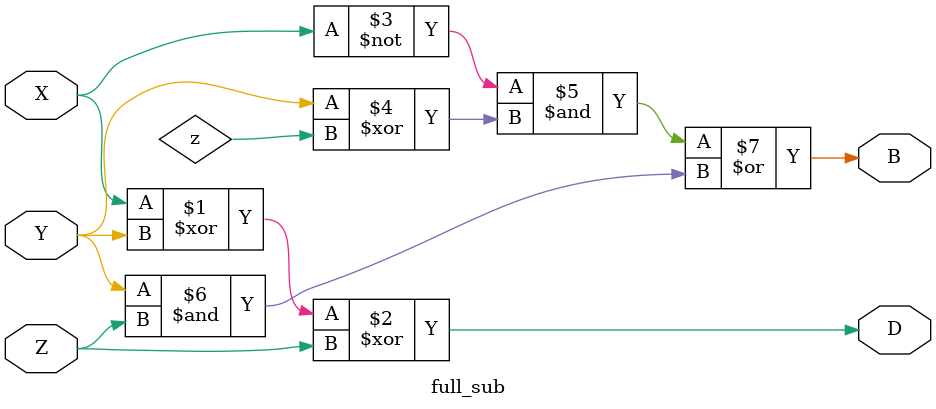
<source format=v>
module full_sub(output D,B,input X,Y,Z);
assign D = X^Y^Z;
assign B = ~X&(Y^z)|Y&Z;
endmodule

</source>
